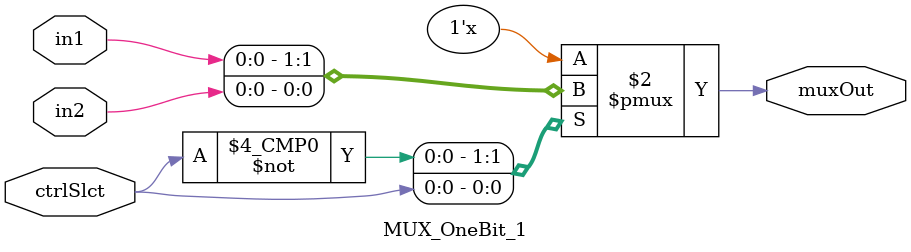
<source format=v>
`timescale 1ns / 1ps
module MUX_OneBit_1(in1, in2, ctrlSlct, muxOut
    );
	 input in1;
    input in2;
	 input ctrlSlct;
    output reg muxOut;
	 
	 always @ (in1, in2, ctrlSlct) begin
		case (ctrlSlct)
			'b00: muxOut = in1;
			'b01: muxOut = in2;
			default muxOut = in1;
		endcase
	 end

endmodule
</source>
